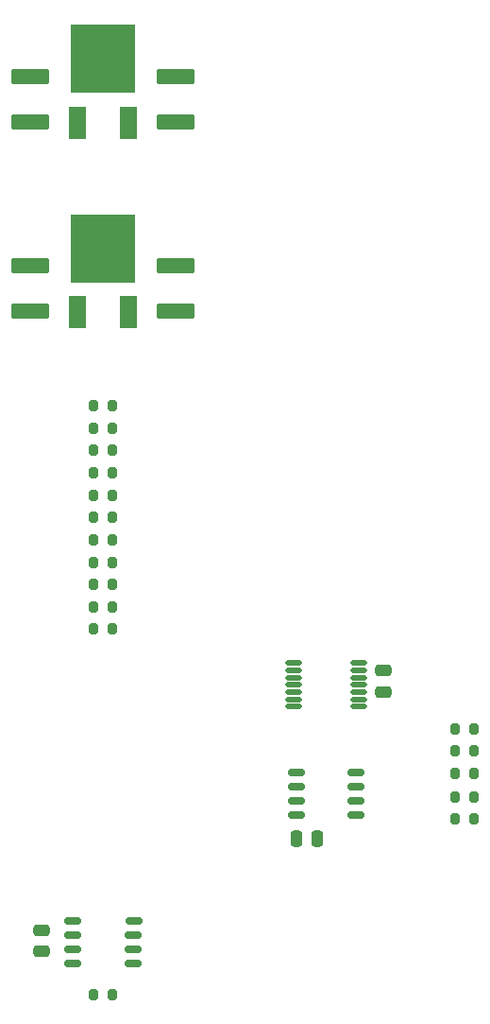
<source format=gbr>
%TF.GenerationSoftware,KiCad,Pcbnew,(6.0.4-0)*%
%TF.CreationDate,2023-05-19T08:40:50+01:00*%
%TF.ProjectId,fan-controller-pcb,66616e2d-636f-46e7-9472-6f6c6c65722d,rev?*%
%TF.SameCoordinates,Original*%
%TF.FileFunction,Paste,Top*%
%TF.FilePolarity,Positive*%
%FSLAX46Y46*%
G04 Gerber Fmt 4.6, Leading zero omitted, Abs format (unit mm)*
G04 Created by KiCad (PCBNEW (6.0.4-0)) date 2023-05-19 08:40:50*
%MOMM*%
%LPD*%
G01*
G04 APERTURE LIST*
G04 Aperture macros list*
%AMRoundRect*
0 Rectangle with rounded corners*
0 $1 Rounding radius*
0 $2 $3 $4 $5 $6 $7 $8 $9 X,Y pos of 4 corners*
0 Add a 4 corners polygon primitive as box body*
4,1,4,$2,$3,$4,$5,$6,$7,$8,$9,$2,$3,0*
0 Add four circle primitives for the rounded corners*
1,1,$1+$1,$2,$3*
1,1,$1+$1,$4,$5*
1,1,$1+$1,$6,$7*
1,1,$1+$1,$8,$9*
0 Add four rect primitives between the rounded corners*
20,1,$1+$1,$2,$3,$4,$5,0*
20,1,$1+$1,$4,$5,$6,$7,0*
20,1,$1+$1,$6,$7,$8,$9,0*
20,1,$1+$1,$8,$9,$2,$3,0*%
G04 Aperture macros list end*
%ADD10RoundRect,0.249999X1.450001X-0.450001X1.450001X0.450001X-1.450001X0.450001X-1.450001X-0.450001X0*%
%ADD11RoundRect,0.200000X-0.200000X-0.275000X0.200000X-0.275000X0.200000X0.275000X-0.200000X0.275000X0*%
%ADD12R,1.600000X3.000000*%
%ADD13R,5.800000X6.200000*%
%ADD14RoundRect,0.200000X0.200000X0.275000X-0.200000X0.275000X-0.200000X-0.275000X0.200000X-0.275000X0*%
%ADD15RoundRect,0.150000X0.625000X0.150000X-0.625000X0.150000X-0.625000X-0.150000X0.625000X-0.150000X0*%
%ADD16RoundRect,0.250000X-0.250000X-0.475000X0.250000X-0.475000X0.250000X0.475000X-0.250000X0.475000X0*%
%ADD17RoundRect,0.250000X0.475000X-0.250000X0.475000X0.250000X-0.475000X0.250000X-0.475000X-0.250000X0*%
%ADD18RoundRect,0.112500X-0.612500X-0.112500X0.612500X-0.112500X0.612500X0.112500X-0.612500X0.112500X0*%
%ADD19RoundRect,0.250000X-0.475000X0.250000X-0.475000X-0.250000X0.475000X-0.250000X0.475000X0.250000X0*%
G04 APERTURE END LIST*
D10*
%TO.C,C4*%
X126500000Y-59550000D03*
X126500000Y-55450000D03*
%TD*%
D11*
%TO.C,R4*%
X119175000Y-76000000D03*
X120825000Y-76000000D03*
%TD*%
D10*
%TO.C,C1*%
X113500000Y-42625000D03*
X113500000Y-38525000D03*
%TD*%
D11*
%TO.C,R2*%
X119175000Y-86000000D03*
X120825000Y-86000000D03*
%TD*%
%TO.C,R17*%
X151600000Y-103000000D03*
X153250000Y-103000000D03*
%TD*%
D12*
%TO.C,U1*%
X117715000Y-42630000D03*
D13*
X120000000Y-36950000D03*
D12*
X122285000Y-42630000D03*
%TD*%
D11*
%TO.C,R11*%
X151600000Y-96925000D03*
X153250000Y-96925000D03*
%TD*%
D10*
%TO.C,C3*%
X113500000Y-59550000D03*
X113500000Y-55450000D03*
%TD*%
D11*
%TO.C,R3*%
X119175000Y-84000000D03*
X120825000Y-84000000D03*
%TD*%
%TO.C,R5*%
X119175000Y-74000000D03*
X120825000Y-74000000D03*
%TD*%
D14*
%TO.C,R8*%
X120825000Y-82000000D03*
X119175000Y-82000000D03*
%TD*%
D15*
%TO.C,U4*%
X142700000Y-104655000D03*
X142700000Y-103385000D03*
X142700000Y-102115000D03*
X142700000Y-100845000D03*
X137300000Y-100845000D03*
X137300000Y-102115000D03*
X137300000Y-103385000D03*
X137300000Y-104655000D03*
%TD*%
D10*
%TO.C,C2*%
X126500000Y-42625000D03*
X126500000Y-38525000D03*
%TD*%
D14*
%TO.C,R15*%
X153250000Y-105000000D03*
X151600000Y-105000000D03*
%TD*%
D12*
%TO.C,U2*%
X117715000Y-59580000D03*
D13*
X120000000Y-53900000D03*
D12*
X122285000Y-59580000D03*
%TD*%
D16*
%TO.C,C5*%
X137300000Y-106750000D03*
X139200000Y-106750000D03*
%TD*%
D14*
%TO.C,R13*%
X153250000Y-98925000D03*
X151600000Y-98925000D03*
%TD*%
D11*
%TO.C,R7*%
X119175000Y-70000000D03*
X120825000Y-70000000D03*
%TD*%
D14*
%TO.C,R16*%
X120825000Y-68000000D03*
X119175000Y-68000000D03*
%TD*%
D17*
%TO.C,C7*%
X114500000Y-116850000D03*
X114500000Y-114950000D03*
%TD*%
D18*
%TO.C,U3*%
X137050000Y-91050000D03*
X137050000Y-91700000D03*
X137050000Y-92350000D03*
X137050000Y-93000000D03*
X137050000Y-93650000D03*
X137050000Y-94300000D03*
X137050000Y-94950000D03*
X142950000Y-94950000D03*
X142950000Y-94300000D03*
X142950000Y-93650000D03*
X142950000Y-93000000D03*
X142950000Y-92350000D03*
X142950000Y-91700000D03*
X142950000Y-91050000D03*
%TD*%
D19*
%TO.C,C6*%
X145100000Y-91700000D03*
X145100000Y-93600000D03*
%TD*%
D11*
%TO.C,R6*%
X119175000Y-72000000D03*
X120825000Y-72000000D03*
%TD*%
D14*
%TO.C,R10*%
X120825000Y-78000000D03*
X119175000Y-78000000D03*
%TD*%
D11*
%TO.C,R12*%
X151600000Y-100925000D03*
X153250000Y-100925000D03*
%TD*%
D15*
%TO.C,U5*%
X122700000Y-117905000D03*
X122700000Y-116635000D03*
X122700000Y-115365000D03*
X122750000Y-114095000D03*
X117300000Y-114095000D03*
X117300000Y-115365000D03*
X117300000Y-116635000D03*
X117300000Y-117905000D03*
%TD*%
D14*
%TO.C,R9*%
X120825000Y-80000000D03*
X119175000Y-80000000D03*
%TD*%
D11*
%TO.C,R1*%
X119175000Y-88000000D03*
X120825000Y-88000000D03*
%TD*%
%TO.C,R14*%
X119175000Y-120700000D03*
X120825000Y-120700000D03*
%TD*%
M02*

</source>
